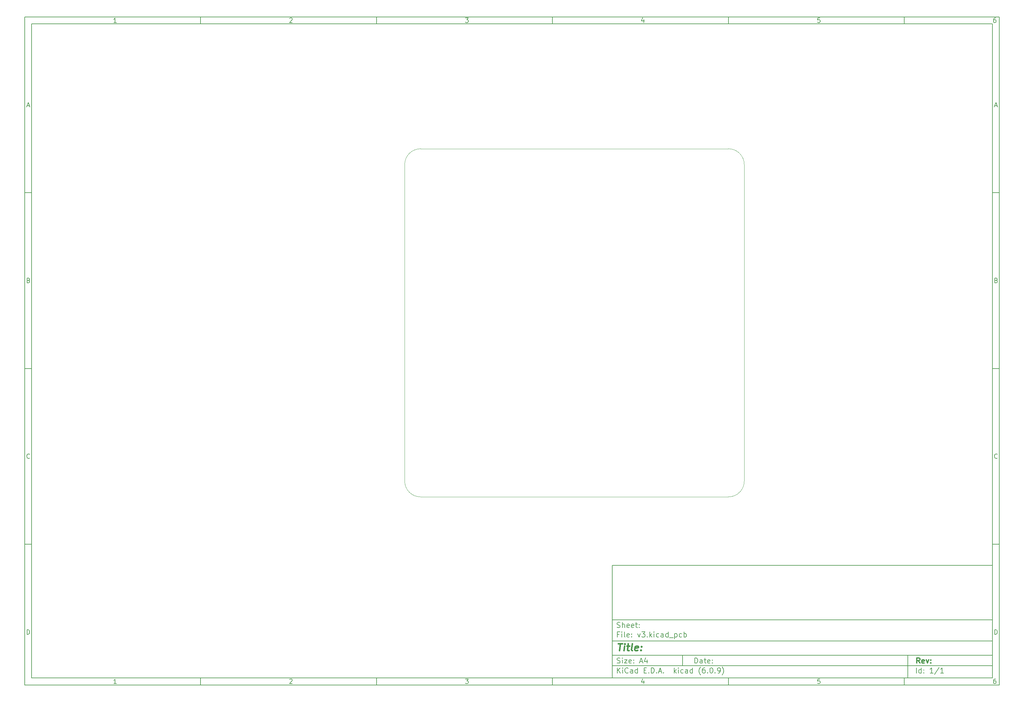
<source format=gbr>
%TF.GenerationSoftware,KiCad,Pcbnew,(6.0.9)*%
%TF.CreationDate,2022-12-28T04:29:14+03:00*%
%TF.ProjectId,v3,76332e6b-6963-4616-945f-706362585858,rev?*%
%TF.SameCoordinates,Original*%
%TF.FileFunction,Profile,NP*%
%FSLAX46Y46*%
G04 Gerber Fmt 4.6, Leading zero omitted, Abs format (unit mm)*
G04 Created by KiCad (PCBNEW (6.0.9)) date 2022-12-28 04:29:14*
%MOMM*%
%LPD*%
G01*
G04 APERTURE LIST*
%ADD10C,0.100000*%
%ADD11C,0.150000*%
%ADD12C,0.300000*%
%ADD13C,0.400000*%
%TA.AperFunction,Profile*%
%ADD14C,0.100000*%
%TD*%
G04 APERTURE END LIST*
D10*
D11*
X177002200Y-166007200D02*
X177002200Y-198007200D01*
X285002200Y-198007200D01*
X285002200Y-166007200D01*
X177002200Y-166007200D01*
D10*
D11*
X10000000Y-10000000D02*
X10000000Y-200007200D01*
X287002200Y-200007200D01*
X287002200Y-10000000D01*
X10000000Y-10000000D01*
D10*
D11*
X12000000Y-12000000D02*
X12000000Y-198007200D01*
X285002200Y-198007200D01*
X285002200Y-12000000D01*
X12000000Y-12000000D01*
D10*
D11*
X60000000Y-12000000D02*
X60000000Y-10000000D01*
D10*
D11*
X110000000Y-12000000D02*
X110000000Y-10000000D01*
D10*
D11*
X160000000Y-12000000D02*
X160000000Y-10000000D01*
D10*
D11*
X210000000Y-12000000D02*
X210000000Y-10000000D01*
D10*
D11*
X260000000Y-12000000D02*
X260000000Y-10000000D01*
D10*
D11*
X36065476Y-11588095D02*
X35322619Y-11588095D01*
X35694047Y-11588095D02*
X35694047Y-10288095D01*
X35570238Y-10473809D01*
X35446428Y-10597619D01*
X35322619Y-10659523D01*
D10*
D11*
X85322619Y-10411904D02*
X85384523Y-10350000D01*
X85508333Y-10288095D01*
X85817857Y-10288095D01*
X85941666Y-10350000D01*
X86003571Y-10411904D01*
X86065476Y-10535714D01*
X86065476Y-10659523D01*
X86003571Y-10845238D01*
X85260714Y-11588095D01*
X86065476Y-11588095D01*
D10*
D11*
X135260714Y-10288095D02*
X136065476Y-10288095D01*
X135632142Y-10783333D01*
X135817857Y-10783333D01*
X135941666Y-10845238D01*
X136003571Y-10907142D01*
X136065476Y-11030952D01*
X136065476Y-11340476D01*
X136003571Y-11464285D01*
X135941666Y-11526190D01*
X135817857Y-11588095D01*
X135446428Y-11588095D01*
X135322619Y-11526190D01*
X135260714Y-11464285D01*
D10*
D11*
X185941666Y-10721428D02*
X185941666Y-11588095D01*
X185632142Y-10226190D02*
X185322619Y-11154761D01*
X186127380Y-11154761D01*
D10*
D11*
X236003571Y-10288095D02*
X235384523Y-10288095D01*
X235322619Y-10907142D01*
X235384523Y-10845238D01*
X235508333Y-10783333D01*
X235817857Y-10783333D01*
X235941666Y-10845238D01*
X236003571Y-10907142D01*
X236065476Y-11030952D01*
X236065476Y-11340476D01*
X236003571Y-11464285D01*
X235941666Y-11526190D01*
X235817857Y-11588095D01*
X235508333Y-11588095D01*
X235384523Y-11526190D01*
X235322619Y-11464285D01*
D10*
D11*
X285941666Y-10288095D02*
X285694047Y-10288095D01*
X285570238Y-10350000D01*
X285508333Y-10411904D01*
X285384523Y-10597619D01*
X285322619Y-10845238D01*
X285322619Y-11340476D01*
X285384523Y-11464285D01*
X285446428Y-11526190D01*
X285570238Y-11588095D01*
X285817857Y-11588095D01*
X285941666Y-11526190D01*
X286003571Y-11464285D01*
X286065476Y-11340476D01*
X286065476Y-11030952D01*
X286003571Y-10907142D01*
X285941666Y-10845238D01*
X285817857Y-10783333D01*
X285570238Y-10783333D01*
X285446428Y-10845238D01*
X285384523Y-10907142D01*
X285322619Y-11030952D01*
D10*
D11*
X60000000Y-198007200D02*
X60000000Y-200007200D01*
D10*
D11*
X110000000Y-198007200D02*
X110000000Y-200007200D01*
D10*
D11*
X160000000Y-198007200D02*
X160000000Y-200007200D01*
D10*
D11*
X210000000Y-198007200D02*
X210000000Y-200007200D01*
D10*
D11*
X260000000Y-198007200D02*
X260000000Y-200007200D01*
D10*
D11*
X36065476Y-199595295D02*
X35322619Y-199595295D01*
X35694047Y-199595295D02*
X35694047Y-198295295D01*
X35570238Y-198481009D01*
X35446428Y-198604819D01*
X35322619Y-198666723D01*
D10*
D11*
X85322619Y-198419104D02*
X85384523Y-198357200D01*
X85508333Y-198295295D01*
X85817857Y-198295295D01*
X85941666Y-198357200D01*
X86003571Y-198419104D01*
X86065476Y-198542914D01*
X86065476Y-198666723D01*
X86003571Y-198852438D01*
X85260714Y-199595295D01*
X86065476Y-199595295D01*
D10*
D11*
X135260714Y-198295295D02*
X136065476Y-198295295D01*
X135632142Y-198790533D01*
X135817857Y-198790533D01*
X135941666Y-198852438D01*
X136003571Y-198914342D01*
X136065476Y-199038152D01*
X136065476Y-199347676D01*
X136003571Y-199471485D01*
X135941666Y-199533390D01*
X135817857Y-199595295D01*
X135446428Y-199595295D01*
X135322619Y-199533390D01*
X135260714Y-199471485D01*
D10*
D11*
X185941666Y-198728628D02*
X185941666Y-199595295D01*
X185632142Y-198233390D02*
X185322619Y-199161961D01*
X186127380Y-199161961D01*
D10*
D11*
X236003571Y-198295295D02*
X235384523Y-198295295D01*
X235322619Y-198914342D01*
X235384523Y-198852438D01*
X235508333Y-198790533D01*
X235817857Y-198790533D01*
X235941666Y-198852438D01*
X236003571Y-198914342D01*
X236065476Y-199038152D01*
X236065476Y-199347676D01*
X236003571Y-199471485D01*
X235941666Y-199533390D01*
X235817857Y-199595295D01*
X235508333Y-199595295D01*
X235384523Y-199533390D01*
X235322619Y-199471485D01*
D10*
D11*
X285941666Y-198295295D02*
X285694047Y-198295295D01*
X285570238Y-198357200D01*
X285508333Y-198419104D01*
X285384523Y-198604819D01*
X285322619Y-198852438D01*
X285322619Y-199347676D01*
X285384523Y-199471485D01*
X285446428Y-199533390D01*
X285570238Y-199595295D01*
X285817857Y-199595295D01*
X285941666Y-199533390D01*
X286003571Y-199471485D01*
X286065476Y-199347676D01*
X286065476Y-199038152D01*
X286003571Y-198914342D01*
X285941666Y-198852438D01*
X285817857Y-198790533D01*
X285570238Y-198790533D01*
X285446428Y-198852438D01*
X285384523Y-198914342D01*
X285322619Y-199038152D01*
D10*
D11*
X10000000Y-60000000D02*
X12000000Y-60000000D01*
D10*
D11*
X10000000Y-110000000D02*
X12000000Y-110000000D01*
D10*
D11*
X10000000Y-160000000D02*
X12000000Y-160000000D01*
D10*
D11*
X10690476Y-35216666D02*
X11309523Y-35216666D01*
X10566666Y-35588095D02*
X11000000Y-34288095D01*
X11433333Y-35588095D01*
D10*
D11*
X11092857Y-84907142D02*
X11278571Y-84969047D01*
X11340476Y-85030952D01*
X11402380Y-85154761D01*
X11402380Y-85340476D01*
X11340476Y-85464285D01*
X11278571Y-85526190D01*
X11154761Y-85588095D01*
X10659523Y-85588095D01*
X10659523Y-84288095D01*
X11092857Y-84288095D01*
X11216666Y-84350000D01*
X11278571Y-84411904D01*
X11340476Y-84535714D01*
X11340476Y-84659523D01*
X11278571Y-84783333D01*
X11216666Y-84845238D01*
X11092857Y-84907142D01*
X10659523Y-84907142D01*
D10*
D11*
X11402380Y-135464285D02*
X11340476Y-135526190D01*
X11154761Y-135588095D01*
X11030952Y-135588095D01*
X10845238Y-135526190D01*
X10721428Y-135402380D01*
X10659523Y-135278571D01*
X10597619Y-135030952D01*
X10597619Y-134845238D01*
X10659523Y-134597619D01*
X10721428Y-134473809D01*
X10845238Y-134350000D01*
X11030952Y-134288095D01*
X11154761Y-134288095D01*
X11340476Y-134350000D01*
X11402380Y-134411904D01*
D10*
D11*
X10659523Y-185588095D02*
X10659523Y-184288095D01*
X10969047Y-184288095D01*
X11154761Y-184350000D01*
X11278571Y-184473809D01*
X11340476Y-184597619D01*
X11402380Y-184845238D01*
X11402380Y-185030952D01*
X11340476Y-185278571D01*
X11278571Y-185402380D01*
X11154761Y-185526190D01*
X10969047Y-185588095D01*
X10659523Y-185588095D01*
D10*
D11*
X287002200Y-60000000D02*
X285002200Y-60000000D01*
D10*
D11*
X287002200Y-110000000D02*
X285002200Y-110000000D01*
D10*
D11*
X287002200Y-160000000D02*
X285002200Y-160000000D01*
D10*
D11*
X285692676Y-35216666D02*
X286311723Y-35216666D01*
X285568866Y-35588095D02*
X286002200Y-34288095D01*
X286435533Y-35588095D01*
D10*
D11*
X286095057Y-84907142D02*
X286280771Y-84969047D01*
X286342676Y-85030952D01*
X286404580Y-85154761D01*
X286404580Y-85340476D01*
X286342676Y-85464285D01*
X286280771Y-85526190D01*
X286156961Y-85588095D01*
X285661723Y-85588095D01*
X285661723Y-84288095D01*
X286095057Y-84288095D01*
X286218866Y-84350000D01*
X286280771Y-84411904D01*
X286342676Y-84535714D01*
X286342676Y-84659523D01*
X286280771Y-84783333D01*
X286218866Y-84845238D01*
X286095057Y-84907142D01*
X285661723Y-84907142D01*
D10*
D11*
X286404580Y-135464285D02*
X286342676Y-135526190D01*
X286156961Y-135588095D01*
X286033152Y-135588095D01*
X285847438Y-135526190D01*
X285723628Y-135402380D01*
X285661723Y-135278571D01*
X285599819Y-135030952D01*
X285599819Y-134845238D01*
X285661723Y-134597619D01*
X285723628Y-134473809D01*
X285847438Y-134350000D01*
X286033152Y-134288095D01*
X286156961Y-134288095D01*
X286342676Y-134350000D01*
X286404580Y-134411904D01*
D10*
D11*
X285661723Y-185588095D02*
X285661723Y-184288095D01*
X285971247Y-184288095D01*
X286156961Y-184350000D01*
X286280771Y-184473809D01*
X286342676Y-184597619D01*
X286404580Y-184845238D01*
X286404580Y-185030952D01*
X286342676Y-185278571D01*
X286280771Y-185402380D01*
X286156961Y-185526190D01*
X285971247Y-185588095D01*
X285661723Y-185588095D01*
D10*
D11*
X200434342Y-193785771D02*
X200434342Y-192285771D01*
X200791485Y-192285771D01*
X201005771Y-192357200D01*
X201148628Y-192500057D01*
X201220057Y-192642914D01*
X201291485Y-192928628D01*
X201291485Y-193142914D01*
X201220057Y-193428628D01*
X201148628Y-193571485D01*
X201005771Y-193714342D01*
X200791485Y-193785771D01*
X200434342Y-193785771D01*
X202577200Y-193785771D02*
X202577200Y-193000057D01*
X202505771Y-192857200D01*
X202362914Y-192785771D01*
X202077200Y-192785771D01*
X201934342Y-192857200D01*
X202577200Y-193714342D02*
X202434342Y-193785771D01*
X202077200Y-193785771D01*
X201934342Y-193714342D01*
X201862914Y-193571485D01*
X201862914Y-193428628D01*
X201934342Y-193285771D01*
X202077200Y-193214342D01*
X202434342Y-193214342D01*
X202577200Y-193142914D01*
X203077200Y-192785771D02*
X203648628Y-192785771D01*
X203291485Y-192285771D02*
X203291485Y-193571485D01*
X203362914Y-193714342D01*
X203505771Y-193785771D01*
X203648628Y-193785771D01*
X204720057Y-193714342D02*
X204577200Y-193785771D01*
X204291485Y-193785771D01*
X204148628Y-193714342D01*
X204077200Y-193571485D01*
X204077200Y-193000057D01*
X204148628Y-192857200D01*
X204291485Y-192785771D01*
X204577200Y-192785771D01*
X204720057Y-192857200D01*
X204791485Y-193000057D01*
X204791485Y-193142914D01*
X204077200Y-193285771D01*
X205434342Y-193642914D02*
X205505771Y-193714342D01*
X205434342Y-193785771D01*
X205362914Y-193714342D01*
X205434342Y-193642914D01*
X205434342Y-193785771D01*
X205434342Y-192857200D02*
X205505771Y-192928628D01*
X205434342Y-193000057D01*
X205362914Y-192928628D01*
X205434342Y-192857200D01*
X205434342Y-193000057D01*
D10*
D11*
X177002200Y-194507200D02*
X285002200Y-194507200D01*
D10*
D11*
X178434342Y-196585771D02*
X178434342Y-195085771D01*
X179291485Y-196585771D02*
X178648628Y-195728628D01*
X179291485Y-195085771D02*
X178434342Y-195942914D01*
X179934342Y-196585771D02*
X179934342Y-195585771D01*
X179934342Y-195085771D02*
X179862914Y-195157200D01*
X179934342Y-195228628D01*
X180005771Y-195157200D01*
X179934342Y-195085771D01*
X179934342Y-195228628D01*
X181505771Y-196442914D02*
X181434342Y-196514342D01*
X181220057Y-196585771D01*
X181077200Y-196585771D01*
X180862914Y-196514342D01*
X180720057Y-196371485D01*
X180648628Y-196228628D01*
X180577200Y-195942914D01*
X180577200Y-195728628D01*
X180648628Y-195442914D01*
X180720057Y-195300057D01*
X180862914Y-195157200D01*
X181077200Y-195085771D01*
X181220057Y-195085771D01*
X181434342Y-195157200D01*
X181505771Y-195228628D01*
X182791485Y-196585771D02*
X182791485Y-195800057D01*
X182720057Y-195657200D01*
X182577200Y-195585771D01*
X182291485Y-195585771D01*
X182148628Y-195657200D01*
X182791485Y-196514342D02*
X182648628Y-196585771D01*
X182291485Y-196585771D01*
X182148628Y-196514342D01*
X182077200Y-196371485D01*
X182077200Y-196228628D01*
X182148628Y-196085771D01*
X182291485Y-196014342D01*
X182648628Y-196014342D01*
X182791485Y-195942914D01*
X184148628Y-196585771D02*
X184148628Y-195085771D01*
X184148628Y-196514342D02*
X184005771Y-196585771D01*
X183720057Y-196585771D01*
X183577200Y-196514342D01*
X183505771Y-196442914D01*
X183434342Y-196300057D01*
X183434342Y-195871485D01*
X183505771Y-195728628D01*
X183577200Y-195657200D01*
X183720057Y-195585771D01*
X184005771Y-195585771D01*
X184148628Y-195657200D01*
X186005771Y-195800057D02*
X186505771Y-195800057D01*
X186720057Y-196585771D02*
X186005771Y-196585771D01*
X186005771Y-195085771D01*
X186720057Y-195085771D01*
X187362914Y-196442914D02*
X187434342Y-196514342D01*
X187362914Y-196585771D01*
X187291485Y-196514342D01*
X187362914Y-196442914D01*
X187362914Y-196585771D01*
X188077200Y-196585771D02*
X188077200Y-195085771D01*
X188434342Y-195085771D01*
X188648628Y-195157200D01*
X188791485Y-195300057D01*
X188862914Y-195442914D01*
X188934342Y-195728628D01*
X188934342Y-195942914D01*
X188862914Y-196228628D01*
X188791485Y-196371485D01*
X188648628Y-196514342D01*
X188434342Y-196585771D01*
X188077200Y-196585771D01*
X189577200Y-196442914D02*
X189648628Y-196514342D01*
X189577200Y-196585771D01*
X189505771Y-196514342D01*
X189577200Y-196442914D01*
X189577200Y-196585771D01*
X190220057Y-196157200D02*
X190934342Y-196157200D01*
X190077200Y-196585771D02*
X190577200Y-195085771D01*
X191077200Y-196585771D01*
X191577200Y-196442914D02*
X191648628Y-196514342D01*
X191577200Y-196585771D01*
X191505771Y-196514342D01*
X191577200Y-196442914D01*
X191577200Y-196585771D01*
X194577200Y-196585771D02*
X194577200Y-195085771D01*
X194720057Y-196014342D02*
X195148628Y-196585771D01*
X195148628Y-195585771D02*
X194577200Y-196157200D01*
X195791485Y-196585771D02*
X195791485Y-195585771D01*
X195791485Y-195085771D02*
X195720057Y-195157200D01*
X195791485Y-195228628D01*
X195862914Y-195157200D01*
X195791485Y-195085771D01*
X195791485Y-195228628D01*
X197148628Y-196514342D02*
X197005771Y-196585771D01*
X196720057Y-196585771D01*
X196577200Y-196514342D01*
X196505771Y-196442914D01*
X196434342Y-196300057D01*
X196434342Y-195871485D01*
X196505771Y-195728628D01*
X196577200Y-195657200D01*
X196720057Y-195585771D01*
X197005771Y-195585771D01*
X197148628Y-195657200D01*
X198434342Y-196585771D02*
X198434342Y-195800057D01*
X198362914Y-195657200D01*
X198220057Y-195585771D01*
X197934342Y-195585771D01*
X197791485Y-195657200D01*
X198434342Y-196514342D02*
X198291485Y-196585771D01*
X197934342Y-196585771D01*
X197791485Y-196514342D01*
X197720057Y-196371485D01*
X197720057Y-196228628D01*
X197791485Y-196085771D01*
X197934342Y-196014342D01*
X198291485Y-196014342D01*
X198434342Y-195942914D01*
X199791485Y-196585771D02*
X199791485Y-195085771D01*
X199791485Y-196514342D02*
X199648628Y-196585771D01*
X199362914Y-196585771D01*
X199220057Y-196514342D01*
X199148628Y-196442914D01*
X199077200Y-196300057D01*
X199077200Y-195871485D01*
X199148628Y-195728628D01*
X199220057Y-195657200D01*
X199362914Y-195585771D01*
X199648628Y-195585771D01*
X199791485Y-195657200D01*
X202077200Y-197157200D02*
X202005771Y-197085771D01*
X201862914Y-196871485D01*
X201791485Y-196728628D01*
X201720057Y-196514342D01*
X201648628Y-196157200D01*
X201648628Y-195871485D01*
X201720057Y-195514342D01*
X201791485Y-195300057D01*
X201862914Y-195157200D01*
X202005771Y-194942914D01*
X202077200Y-194871485D01*
X203291485Y-195085771D02*
X203005771Y-195085771D01*
X202862914Y-195157200D01*
X202791485Y-195228628D01*
X202648628Y-195442914D01*
X202577200Y-195728628D01*
X202577200Y-196300057D01*
X202648628Y-196442914D01*
X202720057Y-196514342D01*
X202862914Y-196585771D01*
X203148628Y-196585771D01*
X203291485Y-196514342D01*
X203362914Y-196442914D01*
X203434342Y-196300057D01*
X203434342Y-195942914D01*
X203362914Y-195800057D01*
X203291485Y-195728628D01*
X203148628Y-195657200D01*
X202862914Y-195657200D01*
X202720057Y-195728628D01*
X202648628Y-195800057D01*
X202577200Y-195942914D01*
X204077200Y-196442914D02*
X204148628Y-196514342D01*
X204077200Y-196585771D01*
X204005771Y-196514342D01*
X204077200Y-196442914D01*
X204077200Y-196585771D01*
X205077200Y-195085771D02*
X205220057Y-195085771D01*
X205362914Y-195157200D01*
X205434342Y-195228628D01*
X205505771Y-195371485D01*
X205577200Y-195657200D01*
X205577200Y-196014342D01*
X205505771Y-196300057D01*
X205434342Y-196442914D01*
X205362914Y-196514342D01*
X205220057Y-196585771D01*
X205077200Y-196585771D01*
X204934342Y-196514342D01*
X204862914Y-196442914D01*
X204791485Y-196300057D01*
X204720057Y-196014342D01*
X204720057Y-195657200D01*
X204791485Y-195371485D01*
X204862914Y-195228628D01*
X204934342Y-195157200D01*
X205077200Y-195085771D01*
X206220057Y-196442914D02*
X206291485Y-196514342D01*
X206220057Y-196585771D01*
X206148628Y-196514342D01*
X206220057Y-196442914D01*
X206220057Y-196585771D01*
X207005771Y-196585771D02*
X207291485Y-196585771D01*
X207434342Y-196514342D01*
X207505771Y-196442914D01*
X207648628Y-196228628D01*
X207720057Y-195942914D01*
X207720057Y-195371485D01*
X207648628Y-195228628D01*
X207577200Y-195157200D01*
X207434342Y-195085771D01*
X207148628Y-195085771D01*
X207005771Y-195157200D01*
X206934342Y-195228628D01*
X206862914Y-195371485D01*
X206862914Y-195728628D01*
X206934342Y-195871485D01*
X207005771Y-195942914D01*
X207148628Y-196014342D01*
X207434342Y-196014342D01*
X207577200Y-195942914D01*
X207648628Y-195871485D01*
X207720057Y-195728628D01*
X208220057Y-197157200D02*
X208291485Y-197085771D01*
X208434342Y-196871485D01*
X208505771Y-196728628D01*
X208577200Y-196514342D01*
X208648628Y-196157200D01*
X208648628Y-195871485D01*
X208577200Y-195514342D01*
X208505771Y-195300057D01*
X208434342Y-195157200D01*
X208291485Y-194942914D01*
X208220057Y-194871485D01*
D10*
D11*
X177002200Y-191507200D02*
X285002200Y-191507200D01*
D10*
D12*
X264411485Y-193785771D02*
X263911485Y-193071485D01*
X263554342Y-193785771D02*
X263554342Y-192285771D01*
X264125771Y-192285771D01*
X264268628Y-192357200D01*
X264340057Y-192428628D01*
X264411485Y-192571485D01*
X264411485Y-192785771D01*
X264340057Y-192928628D01*
X264268628Y-193000057D01*
X264125771Y-193071485D01*
X263554342Y-193071485D01*
X265625771Y-193714342D02*
X265482914Y-193785771D01*
X265197200Y-193785771D01*
X265054342Y-193714342D01*
X264982914Y-193571485D01*
X264982914Y-193000057D01*
X265054342Y-192857200D01*
X265197200Y-192785771D01*
X265482914Y-192785771D01*
X265625771Y-192857200D01*
X265697200Y-193000057D01*
X265697200Y-193142914D01*
X264982914Y-193285771D01*
X266197200Y-192785771D02*
X266554342Y-193785771D01*
X266911485Y-192785771D01*
X267482914Y-193642914D02*
X267554342Y-193714342D01*
X267482914Y-193785771D01*
X267411485Y-193714342D01*
X267482914Y-193642914D01*
X267482914Y-193785771D01*
X267482914Y-192857200D02*
X267554342Y-192928628D01*
X267482914Y-193000057D01*
X267411485Y-192928628D01*
X267482914Y-192857200D01*
X267482914Y-193000057D01*
D10*
D11*
X178362914Y-193714342D02*
X178577200Y-193785771D01*
X178934342Y-193785771D01*
X179077200Y-193714342D01*
X179148628Y-193642914D01*
X179220057Y-193500057D01*
X179220057Y-193357200D01*
X179148628Y-193214342D01*
X179077200Y-193142914D01*
X178934342Y-193071485D01*
X178648628Y-193000057D01*
X178505771Y-192928628D01*
X178434342Y-192857200D01*
X178362914Y-192714342D01*
X178362914Y-192571485D01*
X178434342Y-192428628D01*
X178505771Y-192357200D01*
X178648628Y-192285771D01*
X179005771Y-192285771D01*
X179220057Y-192357200D01*
X179862914Y-193785771D02*
X179862914Y-192785771D01*
X179862914Y-192285771D02*
X179791485Y-192357200D01*
X179862914Y-192428628D01*
X179934342Y-192357200D01*
X179862914Y-192285771D01*
X179862914Y-192428628D01*
X180434342Y-192785771D02*
X181220057Y-192785771D01*
X180434342Y-193785771D01*
X181220057Y-193785771D01*
X182362914Y-193714342D02*
X182220057Y-193785771D01*
X181934342Y-193785771D01*
X181791485Y-193714342D01*
X181720057Y-193571485D01*
X181720057Y-193000057D01*
X181791485Y-192857200D01*
X181934342Y-192785771D01*
X182220057Y-192785771D01*
X182362914Y-192857200D01*
X182434342Y-193000057D01*
X182434342Y-193142914D01*
X181720057Y-193285771D01*
X183077200Y-193642914D02*
X183148628Y-193714342D01*
X183077200Y-193785771D01*
X183005771Y-193714342D01*
X183077200Y-193642914D01*
X183077200Y-193785771D01*
X183077200Y-192857200D02*
X183148628Y-192928628D01*
X183077200Y-193000057D01*
X183005771Y-192928628D01*
X183077200Y-192857200D01*
X183077200Y-193000057D01*
X184862914Y-193357200D02*
X185577200Y-193357200D01*
X184720057Y-193785771D02*
X185220057Y-192285771D01*
X185720057Y-193785771D01*
X186862914Y-192785771D02*
X186862914Y-193785771D01*
X186505771Y-192214342D02*
X186148628Y-193285771D01*
X187077200Y-193285771D01*
D10*
D11*
X263434342Y-196585771D02*
X263434342Y-195085771D01*
X264791485Y-196585771D02*
X264791485Y-195085771D01*
X264791485Y-196514342D02*
X264648628Y-196585771D01*
X264362914Y-196585771D01*
X264220057Y-196514342D01*
X264148628Y-196442914D01*
X264077200Y-196300057D01*
X264077200Y-195871485D01*
X264148628Y-195728628D01*
X264220057Y-195657200D01*
X264362914Y-195585771D01*
X264648628Y-195585771D01*
X264791485Y-195657200D01*
X265505771Y-196442914D02*
X265577200Y-196514342D01*
X265505771Y-196585771D01*
X265434342Y-196514342D01*
X265505771Y-196442914D01*
X265505771Y-196585771D01*
X265505771Y-195657200D02*
X265577200Y-195728628D01*
X265505771Y-195800057D01*
X265434342Y-195728628D01*
X265505771Y-195657200D01*
X265505771Y-195800057D01*
X268148628Y-196585771D02*
X267291485Y-196585771D01*
X267720057Y-196585771D02*
X267720057Y-195085771D01*
X267577200Y-195300057D01*
X267434342Y-195442914D01*
X267291485Y-195514342D01*
X269862914Y-195014342D02*
X268577200Y-196942914D01*
X271148628Y-196585771D02*
X270291485Y-196585771D01*
X270720057Y-196585771D02*
X270720057Y-195085771D01*
X270577200Y-195300057D01*
X270434342Y-195442914D01*
X270291485Y-195514342D01*
D10*
D11*
X177002200Y-187507200D02*
X285002200Y-187507200D01*
D10*
D13*
X178714580Y-188211961D02*
X179857438Y-188211961D01*
X179036009Y-190211961D02*
X179286009Y-188211961D01*
X180274104Y-190211961D02*
X180440771Y-188878628D01*
X180524104Y-188211961D02*
X180416961Y-188307200D01*
X180500295Y-188402438D01*
X180607438Y-188307200D01*
X180524104Y-188211961D01*
X180500295Y-188402438D01*
X181107438Y-188878628D02*
X181869342Y-188878628D01*
X181476485Y-188211961D02*
X181262200Y-189926247D01*
X181333628Y-190116723D01*
X181512200Y-190211961D01*
X181702676Y-190211961D01*
X182655057Y-190211961D02*
X182476485Y-190116723D01*
X182405057Y-189926247D01*
X182619342Y-188211961D01*
X184190771Y-190116723D02*
X183988390Y-190211961D01*
X183607438Y-190211961D01*
X183428866Y-190116723D01*
X183357438Y-189926247D01*
X183452676Y-189164342D01*
X183571723Y-188973866D01*
X183774104Y-188878628D01*
X184155057Y-188878628D01*
X184333628Y-188973866D01*
X184405057Y-189164342D01*
X184381247Y-189354819D01*
X183405057Y-189545295D01*
X185155057Y-190021485D02*
X185238390Y-190116723D01*
X185131247Y-190211961D01*
X185047914Y-190116723D01*
X185155057Y-190021485D01*
X185131247Y-190211961D01*
X185286009Y-188973866D02*
X185369342Y-189069104D01*
X185262200Y-189164342D01*
X185178866Y-189069104D01*
X185286009Y-188973866D01*
X185262200Y-189164342D01*
D10*
D11*
X178934342Y-185600057D02*
X178434342Y-185600057D01*
X178434342Y-186385771D02*
X178434342Y-184885771D01*
X179148628Y-184885771D01*
X179720057Y-186385771D02*
X179720057Y-185385771D01*
X179720057Y-184885771D02*
X179648628Y-184957200D01*
X179720057Y-185028628D01*
X179791485Y-184957200D01*
X179720057Y-184885771D01*
X179720057Y-185028628D01*
X180648628Y-186385771D02*
X180505771Y-186314342D01*
X180434342Y-186171485D01*
X180434342Y-184885771D01*
X181791485Y-186314342D02*
X181648628Y-186385771D01*
X181362914Y-186385771D01*
X181220057Y-186314342D01*
X181148628Y-186171485D01*
X181148628Y-185600057D01*
X181220057Y-185457200D01*
X181362914Y-185385771D01*
X181648628Y-185385771D01*
X181791485Y-185457200D01*
X181862914Y-185600057D01*
X181862914Y-185742914D01*
X181148628Y-185885771D01*
X182505771Y-186242914D02*
X182577200Y-186314342D01*
X182505771Y-186385771D01*
X182434342Y-186314342D01*
X182505771Y-186242914D01*
X182505771Y-186385771D01*
X182505771Y-185457200D02*
X182577200Y-185528628D01*
X182505771Y-185600057D01*
X182434342Y-185528628D01*
X182505771Y-185457200D01*
X182505771Y-185600057D01*
X184220057Y-185385771D02*
X184577200Y-186385771D01*
X184934342Y-185385771D01*
X185362914Y-184885771D02*
X186291485Y-184885771D01*
X185791485Y-185457200D01*
X186005771Y-185457200D01*
X186148628Y-185528628D01*
X186220057Y-185600057D01*
X186291485Y-185742914D01*
X186291485Y-186100057D01*
X186220057Y-186242914D01*
X186148628Y-186314342D01*
X186005771Y-186385771D01*
X185577200Y-186385771D01*
X185434342Y-186314342D01*
X185362914Y-186242914D01*
X186934342Y-186242914D02*
X187005771Y-186314342D01*
X186934342Y-186385771D01*
X186862914Y-186314342D01*
X186934342Y-186242914D01*
X186934342Y-186385771D01*
X187648628Y-186385771D02*
X187648628Y-184885771D01*
X187791485Y-185814342D02*
X188220057Y-186385771D01*
X188220057Y-185385771D02*
X187648628Y-185957200D01*
X188862914Y-186385771D02*
X188862914Y-185385771D01*
X188862914Y-184885771D02*
X188791485Y-184957200D01*
X188862914Y-185028628D01*
X188934342Y-184957200D01*
X188862914Y-184885771D01*
X188862914Y-185028628D01*
X190220057Y-186314342D02*
X190077200Y-186385771D01*
X189791485Y-186385771D01*
X189648628Y-186314342D01*
X189577200Y-186242914D01*
X189505771Y-186100057D01*
X189505771Y-185671485D01*
X189577200Y-185528628D01*
X189648628Y-185457200D01*
X189791485Y-185385771D01*
X190077200Y-185385771D01*
X190220057Y-185457200D01*
X191505771Y-186385771D02*
X191505771Y-185600057D01*
X191434342Y-185457200D01*
X191291485Y-185385771D01*
X191005771Y-185385771D01*
X190862914Y-185457200D01*
X191505771Y-186314342D02*
X191362914Y-186385771D01*
X191005771Y-186385771D01*
X190862914Y-186314342D01*
X190791485Y-186171485D01*
X190791485Y-186028628D01*
X190862914Y-185885771D01*
X191005771Y-185814342D01*
X191362914Y-185814342D01*
X191505771Y-185742914D01*
X192862914Y-186385771D02*
X192862914Y-184885771D01*
X192862914Y-186314342D02*
X192720057Y-186385771D01*
X192434342Y-186385771D01*
X192291485Y-186314342D01*
X192220057Y-186242914D01*
X192148628Y-186100057D01*
X192148628Y-185671485D01*
X192220057Y-185528628D01*
X192291485Y-185457200D01*
X192434342Y-185385771D01*
X192720057Y-185385771D01*
X192862914Y-185457200D01*
X193220057Y-186528628D02*
X194362914Y-186528628D01*
X194720057Y-185385771D02*
X194720057Y-186885771D01*
X194720057Y-185457200D02*
X194862914Y-185385771D01*
X195148628Y-185385771D01*
X195291485Y-185457200D01*
X195362914Y-185528628D01*
X195434342Y-185671485D01*
X195434342Y-186100057D01*
X195362914Y-186242914D01*
X195291485Y-186314342D01*
X195148628Y-186385771D01*
X194862914Y-186385771D01*
X194720057Y-186314342D01*
X196720057Y-186314342D02*
X196577200Y-186385771D01*
X196291485Y-186385771D01*
X196148628Y-186314342D01*
X196077200Y-186242914D01*
X196005771Y-186100057D01*
X196005771Y-185671485D01*
X196077200Y-185528628D01*
X196148628Y-185457200D01*
X196291485Y-185385771D01*
X196577200Y-185385771D01*
X196720057Y-185457200D01*
X197362914Y-186385771D02*
X197362914Y-184885771D01*
X197362914Y-185457200D02*
X197505771Y-185385771D01*
X197791485Y-185385771D01*
X197934342Y-185457200D01*
X198005771Y-185528628D01*
X198077200Y-185671485D01*
X198077200Y-186100057D01*
X198005771Y-186242914D01*
X197934342Y-186314342D01*
X197791485Y-186385771D01*
X197505771Y-186385771D01*
X197362914Y-186314342D01*
D10*
D11*
X177002200Y-181507200D02*
X285002200Y-181507200D01*
D10*
D11*
X178362914Y-183614342D02*
X178577200Y-183685771D01*
X178934342Y-183685771D01*
X179077200Y-183614342D01*
X179148628Y-183542914D01*
X179220057Y-183400057D01*
X179220057Y-183257200D01*
X179148628Y-183114342D01*
X179077200Y-183042914D01*
X178934342Y-182971485D01*
X178648628Y-182900057D01*
X178505771Y-182828628D01*
X178434342Y-182757200D01*
X178362914Y-182614342D01*
X178362914Y-182471485D01*
X178434342Y-182328628D01*
X178505771Y-182257200D01*
X178648628Y-182185771D01*
X179005771Y-182185771D01*
X179220057Y-182257200D01*
X179862914Y-183685771D02*
X179862914Y-182185771D01*
X180505771Y-183685771D02*
X180505771Y-182900057D01*
X180434342Y-182757200D01*
X180291485Y-182685771D01*
X180077200Y-182685771D01*
X179934342Y-182757200D01*
X179862914Y-182828628D01*
X181791485Y-183614342D02*
X181648628Y-183685771D01*
X181362914Y-183685771D01*
X181220057Y-183614342D01*
X181148628Y-183471485D01*
X181148628Y-182900057D01*
X181220057Y-182757200D01*
X181362914Y-182685771D01*
X181648628Y-182685771D01*
X181791485Y-182757200D01*
X181862914Y-182900057D01*
X181862914Y-183042914D01*
X181148628Y-183185771D01*
X183077200Y-183614342D02*
X182934342Y-183685771D01*
X182648628Y-183685771D01*
X182505771Y-183614342D01*
X182434342Y-183471485D01*
X182434342Y-182900057D01*
X182505771Y-182757200D01*
X182648628Y-182685771D01*
X182934342Y-182685771D01*
X183077200Y-182757200D01*
X183148628Y-182900057D01*
X183148628Y-183042914D01*
X182434342Y-183185771D01*
X183577200Y-182685771D02*
X184148628Y-182685771D01*
X183791485Y-182185771D02*
X183791485Y-183471485D01*
X183862914Y-183614342D01*
X184005771Y-183685771D01*
X184148628Y-183685771D01*
X184648628Y-183542914D02*
X184720057Y-183614342D01*
X184648628Y-183685771D01*
X184577200Y-183614342D01*
X184648628Y-183542914D01*
X184648628Y-183685771D01*
X184648628Y-182757200D02*
X184720057Y-182828628D01*
X184648628Y-182900057D01*
X184577200Y-182828628D01*
X184648628Y-182757200D01*
X184648628Y-182900057D01*
D10*
D12*
D10*
D11*
D10*
D11*
D10*
D11*
D10*
D11*
D10*
D11*
X197002200Y-191507200D02*
X197002200Y-194507200D01*
D10*
D11*
X261002200Y-191507200D02*
X261002200Y-198007200D01*
D14*
X122500000Y-146500000D02*
X210000000Y-146500000D01*
X118000000Y-52000000D02*
X118000000Y-142000000D01*
X214500000Y-52000000D02*
G75*
G03*
X210000000Y-47500000I-4500000J0D01*
G01*
X214500000Y-142000000D02*
X214500000Y-52000000D01*
X210000000Y-146500000D02*
G75*
G03*
X214500000Y-142000000I0J4500000D01*
G01*
X122500000Y-47500000D02*
G75*
G03*
X118000000Y-52000000I0J-4500000D01*
G01*
X122500000Y-47500000D02*
X210000000Y-47500000D01*
X118000000Y-142000000D02*
G75*
G03*
X122500000Y-146500000I4500000J0D01*
G01*
M02*

</source>
